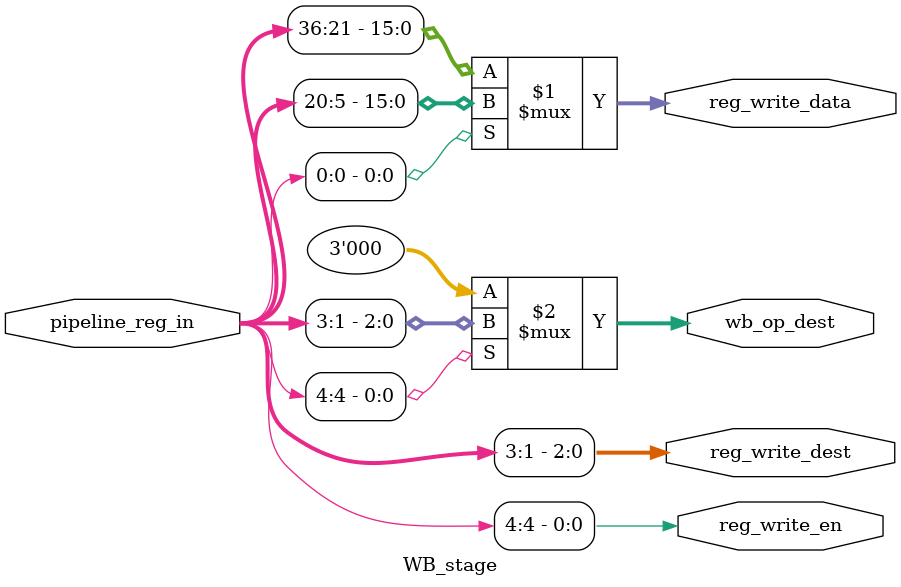
<source format=v>
module WB_stage
(
input			[36:0]		pipeline_reg_in,
output						reg_write_en,
output		[2:0]			reg_write_dest,
output		[15:0]		reg_write_data,
output		[2:0]			wb_op_dest
);

assign reg_write_data = (pipeline_reg_in[0]) ? pipeline_reg_in[20:5] : pipeline_reg_in[36:21];
assign reg_write_dest = pipeline_reg_in [3:1];
assign reg_write_en = pipeline_reg_in [4];


/////////////////HD////////////
assign wb_op_dest = (reg_write_en) ? reg_write_dest  : 3'b0;

endmodule

</source>
